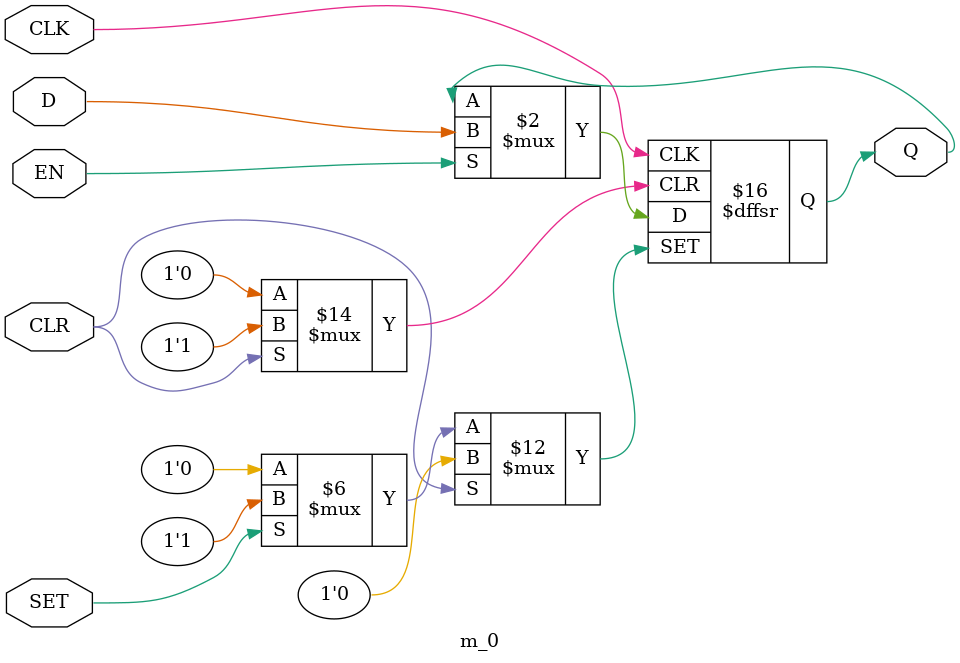
<source format=v>
/* Generated by Yosys 0.20 (git sha1 4fcb95ed087, clang  -fPIC -Os) */

(* dynports =  1  *)
(* src = "dffsre.v:1.1-30.10" *)
module m_0(CLK, SET, CLR, EN, D, Q);
  (* src = "dffsre.v:9.7-9.10" *)
  input CLK;
  wire CLK;
  (* src = "dffsre.v:10.24-10.27" *)
  input CLR;
  wire CLR;
  (* src = "dffsre.v:10.29-10.30" *)
  input D;
  wire D;
  (* src = "dffsre.v:9.12-9.14" *)
  input EN;
  wire EN;
  (* src = "dffsre.v:11.24-11.25" *)
  output Q;
  reg Q;
  (* src = "dffsre.v:10.19-10.22" *)
  input SET;
  wire SET;
  (* src = "dffsre.v:20.3-26.18" *)
  always @(posedge CLK, posedge SET, posedge CLR)
    if (CLR) Q <= 1'b0;
    else if (SET) Q <= 1'b1;
    else if (EN) Q <= D;
endmodule

</source>
